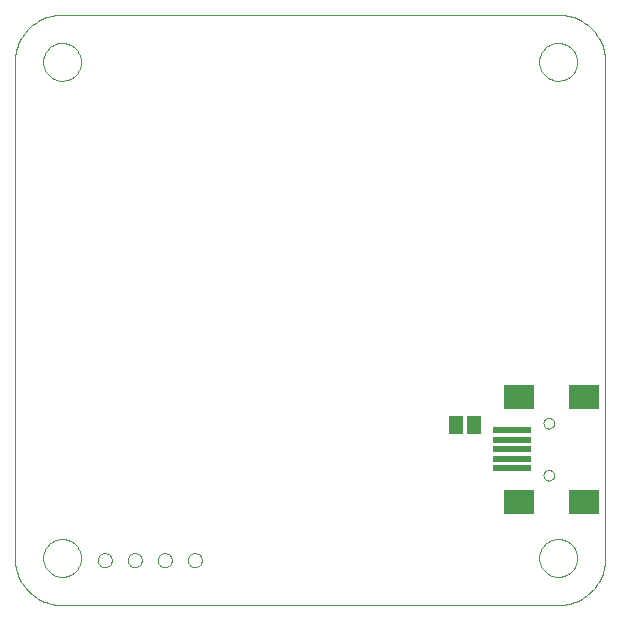
<source format=gbp>
G75*
G70*
%OFA0B0*%
%FSLAX24Y24*%
%IPPOS*%
%LPD*%
%AMOC8*
5,1,8,0,0,1.08239X$1,22.5*
%
%ADD10C,0.0000*%
%ADD11R,0.0984X0.0787*%
%ADD12R,0.1299X0.0197*%
%ADD13R,0.0460X0.0630*%
D10*
X004166Y003416D02*
X020701Y003416D01*
X020071Y004990D02*
X020073Y005040D01*
X020079Y005090D01*
X020089Y005139D01*
X020103Y005187D01*
X020120Y005234D01*
X020141Y005279D01*
X020166Y005323D01*
X020194Y005364D01*
X020226Y005403D01*
X020260Y005440D01*
X020297Y005474D01*
X020337Y005504D01*
X020379Y005531D01*
X020423Y005555D01*
X020469Y005576D01*
X020516Y005592D01*
X020564Y005605D01*
X020614Y005614D01*
X020663Y005619D01*
X020714Y005620D01*
X020764Y005617D01*
X020813Y005610D01*
X020862Y005599D01*
X020910Y005584D01*
X020956Y005566D01*
X021001Y005544D01*
X021044Y005518D01*
X021085Y005489D01*
X021124Y005457D01*
X021160Y005422D01*
X021192Y005384D01*
X021222Y005344D01*
X021249Y005301D01*
X021272Y005257D01*
X021291Y005211D01*
X021307Y005163D01*
X021319Y005114D01*
X021327Y005065D01*
X021331Y005015D01*
X021331Y004965D01*
X021327Y004915D01*
X021319Y004866D01*
X021307Y004817D01*
X021291Y004769D01*
X021272Y004723D01*
X021249Y004679D01*
X021222Y004636D01*
X021192Y004596D01*
X021160Y004558D01*
X021124Y004523D01*
X021085Y004491D01*
X021044Y004462D01*
X021001Y004436D01*
X020956Y004414D01*
X020910Y004396D01*
X020862Y004381D01*
X020813Y004370D01*
X020764Y004363D01*
X020714Y004360D01*
X020663Y004361D01*
X020614Y004366D01*
X020564Y004375D01*
X020516Y004388D01*
X020469Y004404D01*
X020423Y004425D01*
X020379Y004449D01*
X020337Y004476D01*
X020297Y004506D01*
X020260Y004540D01*
X020226Y004577D01*
X020194Y004616D01*
X020166Y004657D01*
X020141Y004701D01*
X020120Y004746D01*
X020103Y004793D01*
X020089Y004841D01*
X020079Y004890D01*
X020073Y004940D01*
X020071Y004990D01*
X020701Y003415D02*
X020778Y003417D01*
X020855Y003423D01*
X020932Y003432D01*
X021008Y003445D01*
X021084Y003462D01*
X021158Y003483D01*
X021232Y003507D01*
X021304Y003535D01*
X021374Y003566D01*
X021443Y003601D01*
X021511Y003639D01*
X021576Y003680D01*
X021639Y003725D01*
X021700Y003773D01*
X021759Y003823D01*
X021815Y003876D01*
X021868Y003932D01*
X021918Y003991D01*
X021966Y004052D01*
X022011Y004115D01*
X022052Y004180D01*
X022090Y004248D01*
X022125Y004317D01*
X022156Y004387D01*
X022184Y004459D01*
X022208Y004533D01*
X022229Y004607D01*
X022246Y004683D01*
X022259Y004759D01*
X022268Y004836D01*
X022274Y004913D01*
X022276Y004990D01*
X022276Y021526D01*
X020071Y021526D02*
X020073Y021576D01*
X020079Y021626D01*
X020089Y021675D01*
X020103Y021723D01*
X020120Y021770D01*
X020141Y021815D01*
X020166Y021859D01*
X020194Y021900D01*
X020226Y021939D01*
X020260Y021976D01*
X020297Y022010D01*
X020337Y022040D01*
X020379Y022067D01*
X020423Y022091D01*
X020469Y022112D01*
X020516Y022128D01*
X020564Y022141D01*
X020614Y022150D01*
X020663Y022155D01*
X020714Y022156D01*
X020764Y022153D01*
X020813Y022146D01*
X020862Y022135D01*
X020910Y022120D01*
X020956Y022102D01*
X021001Y022080D01*
X021044Y022054D01*
X021085Y022025D01*
X021124Y021993D01*
X021160Y021958D01*
X021192Y021920D01*
X021222Y021880D01*
X021249Y021837D01*
X021272Y021793D01*
X021291Y021747D01*
X021307Y021699D01*
X021319Y021650D01*
X021327Y021601D01*
X021331Y021551D01*
X021331Y021501D01*
X021327Y021451D01*
X021319Y021402D01*
X021307Y021353D01*
X021291Y021305D01*
X021272Y021259D01*
X021249Y021215D01*
X021222Y021172D01*
X021192Y021132D01*
X021160Y021094D01*
X021124Y021059D01*
X021085Y021027D01*
X021044Y020998D01*
X021001Y020972D01*
X020956Y020950D01*
X020910Y020932D01*
X020862Y020917D01*
X020813Y020906D01*
X020764Y020899D01*
X020714Y020896D01*
X020663Y020897D01*
X020614Y020902D01*
X020564Y020911D01*
X020516Y020924D01*
X020469Y020940D01*
X020423Y020961D01*
X020379Y020985D01*
X020337Y021012D01*
X020297Y021042D01*
X020260Y021076D01*
X020226Y021113D01*
X020194Y021152D01*
X020166Y021193D01*
X020141Y021237D01*
X020120Y021282D01*
X020103Y021329D01*
X020089Y021377D01*
X020079Y021426D01*
X020073Y021476D01*
X020071Y021526D01*
X020701Y023101D02*
X020778Y023099D01*
X020855Y023093D01*
X020932Y023084D01*
X021008Y023071D01*
X021084Y023054D01*
X021158Y023033D01*
X021232Y023009D01*
X021304Y022981D01*
X021374Y022950D01*
X021443Y022915D01*
X021511Y022877D01*
X021576Y022836D01*
X021639Y022791D01*
X021700Y022743D01*
X021759Y022693D01*
X021815Y022640D01*
X021868Y022584D01*
X021918Y022525D01*
X021966Y022464D01*
X022011Y022401D01*
X022052Y022336D01*
X022090Y022268D01*
X022125Y022199D01*
X022156Y022129D01*
X022184Y022057D01*
X022208Y021983D01*
X022229Y021909D01*
X022246Y021833D01*
X022259Y021757D01*
X022268Y021680D01*
X022274Y021603D01*
X022276Y021526D01*
X020701Y023101D02*
X004166Y023101D01*
X003536Y021526D02*
X003538Y021576D01*
X003544Y021626D01*
X003554Y021675D01*
X003568Y021723D01*
X003585Y021770D01*
X003606Y021815D01*
X003631Y021859D01*
X003659Y021900D01*
X003691Y021939D01*
X003725Y021976D01*
X003762Y022010D01*
X003802Y022040D01*
X003844Y022067D01*
X003888Y022091D01*
X003934Y022112D01*
X003981Y022128D01*
X004029Y022141D01*
X004079Y022150D01*
X004128Y022155D01*
X004179Y022156D01*
X004229Y022153D01*
X004278Y022146D01*
X004327Y022135D01*
X004375Y022120D01*
X004421Y022102D01*
X004466Y022080D01*
X004509Y022054D01*
X004550Y022025D01*
X004589Y021993D01*
X004625Y021958D01*
X004657Y021920D01*
X004687Y021880D01*
X004714Y021837D01*
X004737Y021793D01*
X004756Y021747D01*
X004772Y021699D01*
X004784Y021650D01*
X004792Y021601D01*
X004796Y021551D01*
X004796Y021501D01*
X004792Y021451D01*
X004784Y021402D01*
X004772Y021353D01*
X004756Y021305D01*
X004737Y021259D01*
X004714Y021215D01*
X004687Y021172D01*
X004657Y021132D01*
X004625Y021094D01*
X004589Y021059D01*
X004550Y021027D01*
X004509Y020998D01*
X004466Y020972D01*
X004421Y020950D01*
X004375Y020932D01*
X004327Y020917D01*
X004278Y020906D01*
X004229Y020899D01*
X004179Y020896D01*
X004128Y020897D01*
X004079Y020902D01*
X004029Y020911D01*
X003981Y020924D01*
X003934Y020940D01*
X003888Y020961D01*
X003844Y020985D01*
X003802Y021012D01*
X003762Y021042D01*
X003725Y021076D01*
X003691Y021113D01*
X003659Y021152D01*
X003631Y021193D01*
X003606Y021237D01*
X003585Y021282D01*
X003568Y021329D01*
X003554Y021377D01*
X003544Y021426D01*
X003538Y021476D01*
X003536Y021526D01*
X002591Y021526D02*
X002593Y021603D01*
X002599Y021680D01*
X002608Y021757D01*
X002621Y021833D01*
X002638Y021909D01*
X002659Y021983D01*
X002683Y022057D01*
X002711Y022129D01*
X002742Y022199D01*
X002777Y022268D01*
X002815Y022336D01*
X002856Y022401D01*
X002901Y022464D01*
X002949Y022525D01*
X002999Y022584D01*
X003052Y022640D01*
X003108Y022693D01*
X003167Y022743D01*
X003228Y022791D01*
X003291Y022836D01*
X003356Y022877D01*
X003424Y022915D01*
X003493Y022950D01*
X003563Y022981D01*
X003635Y023009D01*
X003709Y023033D01*
X003783Y023054D01*
X003859Y023071D01*
X003935Y023084D01*
X004012Y023093D01*
X004089Y023099D01*
X004166Y023101D01*
X002591Y021526D02*
X002591Y004990D01*
X003536Y004990D02*
X003538Y005040D01*
X003544Y005090D01*
X003554Y005139D01*
X003568Y005187D01*
X003585Y005234D01*
X003606Y005279D01*
X003631Y005323D01*
X003659Y005364D01*
X003691Y005403D01*
X003725Y005440D01*
X003762Y005474D01*
X003802Y005504D01*
X003844Y005531D01*
X003888Y005555D01*
X003934Y005576D01*
X003981Y005592D01*
X004029Y005605D01*
X004079Y005614D01*
X004128Y005619D01*
X004179Y005620D01*
X004229Y005617D01*
X004278Y005610D01*
X004327Y005599D01*
X004375Y005584D01*
X004421Y005566D01*
X004466Y005544D01*
X004509Y005518D01*
X004550Y005489D01*
X004589Y005457D01*
X004625Y005422D01*
X004657Y005384D01*
X004687Y005344D01*
X004714Y005301D01*
X004737Y005257D01*
X004756Y005211D01*
X004772Y005163D01*
X004784Y005114D01*
X004792Y005065D01*
X004796Y005015D01*
X004796Y004965D01*
X004792Y004915D01*
X004784Y004866D01*
X004772Y004817D01*
X004756Y004769D01*
X004737Y004723D01*
X004714Y004679D01*
X004687Y004636D01*
X004657Y004596D01*
X004625Y004558D01*
X004589Y004523D01*
X004550Y004491D01*
X004509Y004462D01*
X004466Y004436D01*
X004421Y004414D01*
X004375Y004396D01*
X004327Y004381D01*
X004278Y004370D01*
X004229Y004363D01*
X004179Y004360D01*
X004128Y004361D01*
X004079Y004366D01*
X004029Y004375D01*
X003981Y004388D01*
X003934Y004404D01*
X003888Y004425D01*
X003844Y004449D01*
X003802Y004476D01*
X003762Y004506D01*
X003725Y004540D01*
X003691Y004577D01*
X003659Y004616D01*
X003631Y004657D01*
X003606Y004701D01*
X003585Y004746D01*
X003568Y004793D01*
X003554Y004841D01*
X003544Y004890D01*
X003538Y004940D01*
X003536Y004990D01*
X002591Y004990D02*
X002593Y004913D01*
X002599Y004836D01*
X002608Y004759D01*
X002621Y004683D01*
X002638Y004607D01*
X002659Y004533D01*
X002683Y004459D01*
X002711Y004387D01*
X002742Y004317D01*
X002777Y004248D01*
X002815Y004180D01*
X002856Y004115D01*
X002901Y004052D01*
X002949Y003991D01*
X002999Y003932D01*
X003052Y003876D01*
X003108Y003823D01*
X003167Y003773D01*
X003228Y003725D01*
X003291Y003680D01*
X003356Y003639D01*
X003424Y003601D01*
X003493Y003566D01*
X003563Y003535D01*
X003635Y003507D01*
X003709Y003483D01*
X003783Y003462D01*
X003859Y003445D01*
X003935Y003432D01*
X004012Y003423D01*
X004089Y003417D01*
X004166Y003415D01*
X005355Y004916D02*
X005357Y004946D01*
X005363Y004976D01*
X005372Y005005D01*
X005385Y005032D01*
X005402Y005057D01*
X005421Y005080D01*
X005444Y005101D01*
X005469Y005118D01*
X005495Y005132D01*
X005524Y005142D01*
X005553Y005149D01*
X005583Y005152D01*
X005614Y005151D01*
X005644Y005146D01*
X005673Y005137D01*
X005700Y005125D01*
X005726Y005110D01*
X005750Y005091D01*
X005771Y005069D01*
X005789Y005045D01*
X005804Y005018D01*
X005815Y004990D01*
X005823Y004961D01*
X005827Y004931D01*
X005827Y004901D01*
X005823Y004871D01*
X005815Y004842D01*
X005804Y004814D01*
X005789Y004787D01*
X005771Y004763D01*
X005750Y004741D01*
X005726Y004722D01*
X005700Y004707D01*
X005673Y004695D01*
X005644Y004686D01*
X005614Y004681D01*
X005583Y004680D01*
X005553Y004683D01*
X005524Y004690D01*
X005495Y004700D01*
X005469Y004714D01*
X005444Y004731D01*
X005421Y004752D01*
X005402Y004775D01*
X005385Y004800D01*
X005372Y004827D01*
X005363Y004856D01*
X005357Y004886D01*
X005355Y004916D01*
X006355Y004916D02*
X006357Y004946D01*
X006363Y004976D01*
X006372Y005005D01*
X006385Y005032D01*
X006402Y005057D01*
X006421Y005080D01*
X006444Y005101D01*
X006469Y005118D01*
X006495Y005132D01*
X006524Y005142D01*
X006553Y005149D01*
X006583Y005152D01*
X006614Y005151D01*
X006644Y005146D01*
X006673Y005137D01*
X006700Y005125D01*
X006726Y005110D01*
X006750Y005091D01*
X006771Y005069D01*
X006789Y005045D01*
X006804Y005018D01*
X006815Y004990D01*
X006823Y004961D01*
X006827Y004931D01*
X006827Y004901D01*
X006823Y004871D01*
X006815Y004842D01*
X006804Y004814D01*
X006789Y004787D01*
X006771Y004763D01*
X006750Y004741D01*
X006726Y004722D01*
X006700Y004707D01*
X006673Y004695D01*
X006644Y004686D01*
X006614Y004681D01*
X006583Y004680D01*
X006553Y004683D01*
X006524Y004690D01*
X006495Y004700D01*
X006469Y004714D01*
X006444Y004731D01*
X006421Y004752D01*
X006402Y004775D01*
X006385Y004800D01*
X006372Y004827D01*
X006363Y004856D01*
X006357Y004886D01*
X006355Y004916D01*
X007355Y004916D02*
X007357Y004946D01*
X007363Y004976D01*
X007372Y005005D01*
X007385Y005032D01*
X007402Y005057D01*
X007421Y005080D01*
X007444Y005101D01*
X007469Y005118D01*
X007495Y005132D01*
X007524Y005142D01*
X007553Y005149D01*
X007583Y005152D01*
X007614Y005151D01*
X007644Y005146D01*
X007673Y005137D01*
X007700Y005125D01*
X007726Y005110D01*
X007750Y005091D01*
X007771Y005069D01*
X007789Y005045D01*
X007804Y005018D01*
X007815Y004990D01*
X007823Y004961D01*
X007827Y004931D01*
X007827Y004901D01*
X007823Y004871D01*
X007815Y004842D01*
X007804Y004814D01*
X007789Y004787D01*
X007771Y004763D01*
X007750Y004741D01*
X007726Y004722D01*
X007700Y004707D01*
X007673Y004695D01*
X007644Y004686D01*
X007614Y004681D01*
X007583Y004680D01*
X007553Y004683D01*
X007524Y004690D01*
X007495Y004700D01*
X007469Y004714D01*
X007444Y004731D01*
X007421Y004752D01*
X007402Y004775D01*
X007385Y004800D01*
X007372Y004827D01*
X007363Y004856D01*
X007357Y004886D01*
X007355Y004916D01*
X008355Y004916D02*
X008357Y004946D01*
X008363Y004976D01*
X008372Y005005D01*
X008385Y005032D01*
X008402Y005057D01*
X008421Y005080D01*
X008444Y005101D01*
X008469Y005118D01*
X008495Y005132D01*
X008524Y005142D01*
X008553Y005149D01*
X008583Y005152D01*
X008614Y005151D01*
X008644Y005146D01*
X008673Y005137D01*
X008700Y005125D01*
X008726Y005110D01*
X008750Y005091D01*
X008771Y005069D01*
X008789Y005045D01*
X008804Y005018D01*
X008815Y004990D01*
X008823Y004961D01*
X008827Y004931D01*
X008827Y004901D01*
X008823Y004871D01*
X008815Y004842D01*
X008804Y004814D01*
X008789Y004787D01*
X008771Y004763D01*
X008750Y004741D01*
X008726Y004722D01*
X008700Y004707D01*
X008673Y004695D01*
X008644Y004686D01*
X008614Y004681D01*
X008583Y004680D01*
X008553Y004683D01*
X008524Y004690D01*
X008495Y004700D01*
X008469Y004714D01*
X008444Y004731D01*
X008421Y004752D01*
X008402Y004775D01*
X008385Y004800D01*
X008372Y004827D01*
X008363Y004856D01*
X008357Y004886D01*
X008355Y004916D01*
X020214Y007749D02*
X020216Y007775D01*
X020222Y007801D01*
X020232Y007826D01*
X020245Y007849D01*
X020261Y007869D01*
X020281Y007887D01*
X020303Y007902D01*
X020326Y007914D01*
X020352Y007922D01*
X020378Y007926D01*
X020404Y007926D01*
X020430Y007922D01*
X020456Y007914D01*
X020480Y007902D01*
X020501Y007887D01*
X020521Y007869D01*
X020537Y007849D01*
X020550Y007826D01*
X020560Y007801D01*
X020566Y007775D01*
X020568Y007749D01*
X020566Y007723D01*
X020560Y007697D01*
X020550Y007672D01*
X020537Y007649D01*
X020521Y007629D01*
X020501Y007611D01*
X020479Y007596D01*
X020456Y007584D01*
X020430Y007576D01*
X020404Y007572D01*
X020378Y007572D01*
X020352Y007576D01*
X020326Y007584D01*
X020302Y007596D01*
X020281Y007611D01*
X020261Y007629D01*
X020245Y007649D01*
X020232Y007672D01*
X020222Y007697D01*
X020216Y007723D01*
X020214Y007749D01*
X020214Y009482D02*
X020216Y009508D01*
X020222Y009534D01*
X020232Y009559D01*
X020245Y009582D01*
X020261Y009602D01*
X020281Y009620D01*
X020303Y009635D01*
X020326Y009647D01*
X020352Y009655D01*
X020378Y009659D01*
X020404Y009659D01*
X020430Y009655D01*
X020456Y009647D01*
X020480Y009635D01*
X020501Y009620D01*
X020521Y009602D01*
X020537Y009582D01*
X020550Y009559D01*
X020560Y009534D01*
X020566Y009508D01*
X020568Y009482D01*
X020566Y009456D01*
X020560Y009430D01*
X020550Y009405D01*
X020537Y009382D01*
X020521Y009362D01*
X020501Y009344D01*
X020479Y009329D01*
X020456Y009317D01*
X020430Y009309D01*
X020404Y009305D01*
X020378Y009305D01*
X020352Y009309D01*
X020326Y009317D01*
X020302Y009329D01*
X020281Y009344D01*
X020261Y009362D01*
X020245Y009382D01*
X020232Y009405D01*
X020222Y009430D01*
X020216Y009456D01*
X020214Y009482D01*
D11*
X019407Y010368D03*
X021572Y010368D03*
X021572Y006864D03*
X019407Y006864D03*
D12*
X019170Y007986D03*
X019170Y008301D03*
X019170Y008616D03*
X019170Y008931D03*
X019170Y009246D03*
D13*
X017891Y009416D03*
X017291Y009416D03*
M02*

</source>
